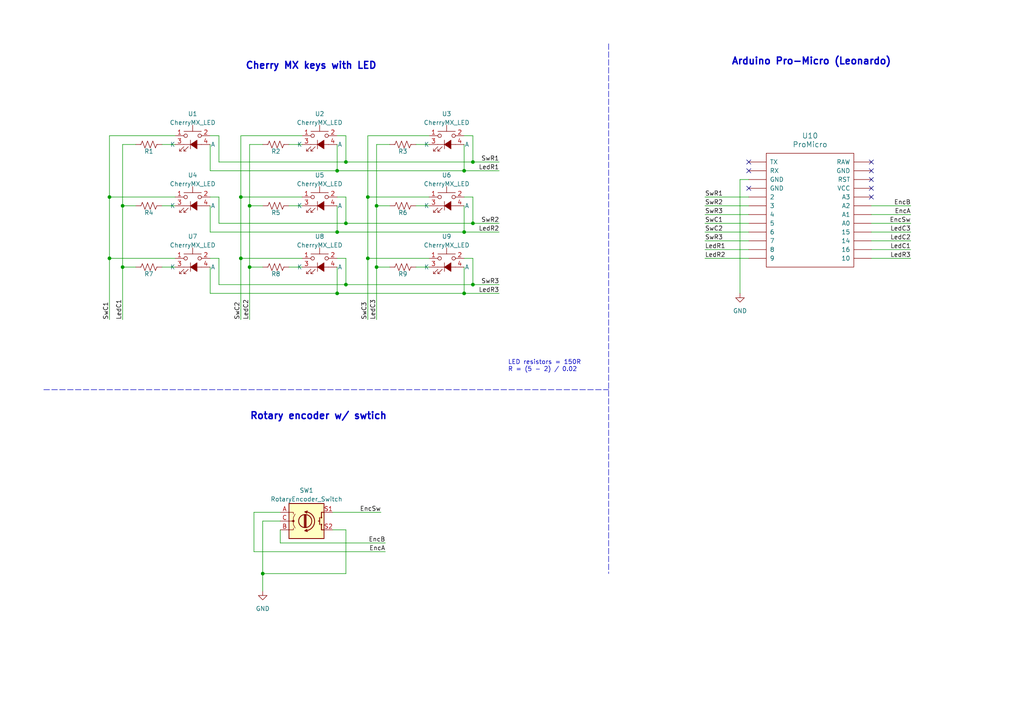
<source format=kicad_sch>
(kicad_sch (version 20210406) (generator eeschema)
  (paper "A4")
  (title_block (title "Arduino ProMicro Shortcut Keypad") (date "2021-08-01") (rev "1"))
  (lib_symbols
    (symbol "CherryMX:CherryMX_LED" (pin_names (offset -3.9878))
      (property "Reference" "U" (at 2.54 4.445 0))
      (property "Value" "CherryMX_LED" (at 0 -4.445 0))
      (symbol "CherryMX_LED_1_1"
        (circle (center -2.032 1.27) (radius 0.508))
        (circle (center 2.032 1.27) (radius 0.508))
        (polyline (pts (xy -3.81 -3.175) (xy -2.54 -1.905)))
        (polyline (pts (xy -2.54 -3.175) (xy -1.27 -1.905)))
        (polyline (pts (xy -2.54 -1.27) (xy 2.54 -1.27)))
        (polyline (pts (xy -0.635 0) (xy -0.635 -2.54)))
        (polyline (pts (xy 0 2.54) (xy 0 4.318)))
        (polyline (pts (xy 2.54 2.54) (xy -2.54 2.54)))
        (polyline (pts (xy -3.81 -2.54) (xy -3.81 -3.175) (xy -3.175 -3.175)))
        (polyline (pts (xy -2.54 -2.54) (xy -2.54 -3.175) (xy -1.905 -3.175)))
        (polyline (pts (xy -0.635 -1.27) (xy 1.27 0) (xy 1.27 -2.54) (xy -0.635 -1.27)) (fill (type outline)))
        (pin passive line (at -5.08 1.27 0) (length 2.54) (name "~") (number "1"))
        (pin passive line (at 5.08 1.27 180) (length 2.54) (name "~") (number "2"))
        (pin passive line (at -5.08 -1.27 0) (length 2.54) (name "K") (number "3"))
        (pin passive line (at 5.08 -1.27 180) (length 2.54) (name "A") (number "4"))
      )
    )
    (symbol "Device:R_US" (pin_numbers hide) (pin_names (offset 0))
      (property "Reference" "R" (at 2.54 0 90))
      (property "Value" "R_US" (at -2.54 0 90))
      (symbol "R_US_0_1"
        (polyline (pts (xy 0 -2.286) (xy 0 -2.54)))
        (polyline (pts (xy 0 2.286) (xy 0 2.54)))
        (polyline (pts (xy 0 -0.762) (xy 1.016 -1.143) (xy 0 -1.524) (xy -1.016 -1.905) (xy 0 -2.286)))
        (polyline (pts (xy 0 0.762) (xy 1.016 0.381) (xy 0 0) (xy -1.016 -0.381) (xy 0 -0.762)))
        (polyline (pts (xy 0 2.286) (xy 1.016 1.905) (xy 0 1.524) (xy -1.016 1.143) (xy 0 0.762)))
      )
      (symbol "R_US_1_1"
        (pin passive line (at 0 3.81 270) (length 1.27) (name "~") (number "1"))
        (pin passive line (at 0 -3.81 90) (length 1.27) (name "~") (number "2"))
      )
    )
    (symbol "Device:RotaryEncoder_Switch" (pin_names (offset 0.254) hide)
      (property "Reference" "SW" (at 0 6.604 0))
      (property "Value" "RotaryEncoder_Switch" (at 0 -6.604 0))
      (symbol "RotaryEncoder_Switch_0_1"
        (arc (start -0.381 -2.794) (end -0.381 2.667) (radius (at -0.381 -0.0508) (length 2.7432) (angles -89.9 89.9)) (stroke (width 0.254)))
        (circle (center -0.381 0) (radius 1.905) (stroke (width 0.254)))
        (circle (center 4.318 -1.016) (radius 0.127) (stroke (width 0.254)))
        (circle (center 4.318 1.016) (radius 0.127) (stroke (width 0.254)))
        (circle (center -3.81 0) (radius 0.254) (fill (type outline)))
        (rectangle (start -5.08 5.08) (end 5.08 -5.08) (stroke (width 0.254)) (fill (type background)))
        (polyline (pts (xy -0.635 -1.778) (xy -0.635 1.778)) (stroke (width 0.254)))
        (polyline (pts (xy -0.381 -1.778) (xy -0.381 1.778)) (stroke (width 0.254)))
        (polyline (pts (xy -0.127 1.778) (xy -0.127 -1.778)) (stroke (width 0.254)))
        (polyline (pts (xy 3.81 0) (xy 3.429 0)) (stroke (width 0.254)))
        (polyline (pts (xy 3.81 1.016) (xy 3.81 -1.016)) (stroke (width 0.254)))
        (polyline (pts (xy -5.08 -2.54) (xy -3.81 -2.54) (xy -3.81 -2.032)))
        (polyline (pts (xy -5.08 2.54) (xy -3.81 2.54) (xy -3.81 2.032)))
        (polyline (pts (xy 0.254 -3.048) (xy -0.508 -2.794) (xy 0.127 -2.413)) (stroke (width 0.254)))
        (polyline (pts (xy 0.254 2.921) (xy -0.508 2.667) (xy 0.127 2.286)) (stroke (width 0.254)))
        (polyline (pts (xy 5.08 -2.54) (xy 4.318 -2.54) (xy 4.318 -1.016)) (stroke (width 0.254)))
        (polyline (pts (xy 5.08 2.54) (xy 4.318 2.54) (xy 4.318 1.016)) (stroke (width 0.254)))
        (polyline (pts (xy -5.08 0) (xy -3.81 0) (xy -3.81 -1.016) (xy -3.302 -2.032)))
        (polyline (pts (xy -4.318 0) (xy -3.81 0) (xy -3.81 1.016) (xy -3.302 2.032)))
      )
      (symbol "RotaryEncoder_Switch_1_1"
        (pin passive line (at -7.62 2.54 0) (length 2.54) (name "A") (number "A"))
        (pin passive line (at -7.62 -2.54 0) (length 2.54) (name "B") (number "B"))
        (pin passive line (at -7.62 0 0) (length 2.54) (name "C") (number "C"))
        (pin passive line (at 7.62 2.54 180) (length 2.54) (name "S1") (number "S1"))
        (pin passive line (at 7.62 -2.54 180) (length 2.54) (name "S2") (number "S2"))
      )
    )
    (symbol "power:GND" (power) (pin_names (offset 0))
      (property "Value" "GND" (at 0 -3.81 0))
      (symbol "GND_0_1"
        (polyline (pts (xy 0 0) (xy 0 -1.27) (xy 1.27 -1.27) (xy 0 -2.54) (xy -1.27 -1.27) (xy 0 -1.27)))
      )
      (symbol "GND_1_1"
        (pin power_in line (at 0 0 270) (length 0) hide (name "GND") (number "1"))
      )
    )
    (symbol "promicro:ProMicro" (pin_names (offset 1.016))
      (property "Reference" "U10" (at 0 26.67 0))
      (property "Value" "ProMicro" (at 0 24.13 0))
      (symbol "ProMicro_0_1"
        (rectangle (start -12.7 21.59) (end 12.7 -11.43))
      )
      (symbol "ProMicro_1_1"
        (pin bidirectional line (at 17.78 -8.89 180) (length 5.08) (name "10") (number ""))
        (pin bidirectional line (at 17.78 -3.81 180) (length 5.08) (name "14") (number ""))
        (pin bidirectional line (at 17.78 -1.27 180) (length 5.08) (name "15") (number ""))
        (pin bidirectional line (at 17.78 -6.35 180) (length 5.08) (name "16") (number ""))
        (pin bidirectional line (at -17.78 8.89 0) (length 5.08) (name "2") (number ""))
        (pin bidirectional line (at -17.78 6.35 0) (length 5.08) (name "3") (number ""))
        (pin bidirectional line (at -17.78 3.81 0) (length 5.08) (name "4") (number ""))
        (pin bidirectional line (at -17.78 1.27 0) (length 5.08) (name "5") (number ""))
        (pin bidirectional line (at -17.78 -1.27 0) (length 5.08) (name "6") (number ""))
        (pin bidirectional line (at -17.78 -3.81 0) (length 5.08) (name "7") (number ""))
        (pin bidirectional line (at -17.78 -6.35 0) (length 5.08) (name "8") (number ""))
        (pin bidirectional line (at -17.78 -8.89 0) (length 5.08) (name "9") (number ""))
        (pin bidirectional line (at 17.78 1.27 180) (length 5.08) (name "A0") (number ""))
        (pin bidirectional line (at 17.78 3.81 180) (length 5.08) (name "A1") (number ""))
        (pin bidirectional line (at 17.78 6.35 180) (length 5.08) (name "A2") (number ""))
        (pin bidirectional line (at 17.78 8.89 180) (length 5.08) (name "A3") (number ""))
        (pin power_in line (at -17.78 11.43 0) (length 5.08) (name "GND") (number ""))
        (pin power_out line (at -17.78 13.97 0) (length 5.08) (name "GND") (number ""))
        (pin power_in line (at 17.78 16.51 180) (length 5.08) (name "GND") (number ""))
        (pin power_out line (at 17.78 19.05 180) (length 5.08) (name "RAW") (number ""))
        (pin input line (at 17.78 13.97 180) (length 5.08) (name "RST") (number ""))
        (pin bidirectional line (at -17.78 16.51 0) (length 5.08) (name "RX") (number ""))
        (pin bidirectional line (at -17.78 19.05 0) (length 5.08) (name "TX") (number ""))
        (pin power_in line (at 17.78 11.43 180) (length 5.08) (name "VCC") (number ""))
      )
    )
  )
  (junction (at 31.75 57.15) (diameter 0.9144))
  (junction (at 31.75 74.93) (diameter 0.9144))
  (junction (at 35.56 59.69) (diameter 0.9144))
  (junction (at 35.56 77.47) (diameter 0.9144))
  (junction (at 69.85 57.15) (diameter 0.9144))
  (junction (at 69.85 74.93) (diameter 0.9144))
  (junction (at 72.39 59.69) (diameter 0.9144))
  (junction (at 72.39 77.47) (diameter 0.9144))
  (junction (at 76.2 166.37) (diameter 0.9144))
  (junction (at 97.79 49.53) (diameter 0.9144))
  (junction (at 97.79 67.31) (diameter 0.9144))
  (junction (at 97.79 85.09) (diameter 0.9144))
  (junction (at 100.33 46.99) (diameter 0.9144))
  (junction (at 100.33 64.77) (diameter 0.9144))
  (junction (at 100.33 82.55) (diameter 0.9144))
  (junction (at 106.68 57.15) (diameter 0.9144))
  (junction (at 106.68 74.93) (diameter 0.9144))
  (junction (at 109.22 59.69) (diameter 0.9144))
  (junction (at 109.22 77.47) (diameter 0.9144))
  (junction (at 134.62 49.53) (diameter 0.9144))
  (junction (at 134.62 67.31) (diameter 0.9144))
  (junction (at 134.62 85.09) (diameter 0.9144))
  (junction (at 137.16 46.99) (diameter 0.9144))
  (junction (at 137.16 64.77) (diameter 0.9144))
  (junction (at 137.16 82.55) (diameter 0.9144))
  (no_connect (at 217.17 46.99))
  (no_connect (at 217.17 49.53))
  (no_connect (at 217.17 54.61))
  (no_connect (at 252.73 46.99))
  (no_connect (at 252.73 49.53))
  (no_connect (at 252.73 52.07))
  (no_connect (at 252.73 54.61))
  (no_connect (at 252.73 57.15))
  (wire (pts (xy 31.75 39.37) (xy 31.75 57.15)))
  (wire (pts (xy 31.75 57.15) (xy 31.75 74.93)))
  (wire (pts (xy 31.75 57.15) (xy 50.8 57.15)))
  (wire (pts (xy 31.75 74.93) (xy 31.75 92.71)))
  (wire (pts (xy 31.75 74.93) (xy 50.8 74.93)))
  (wire (pts (xy 35.56 41.91) (xy 35.56 59.69)))
  (wire (pts (xy 35.56 59.69) (xy 35.56 77.47)))
  (wire (pts (xy 35.56 59.69) (xy 39.37 59.69)))
  (wire (pts (xy 35.56 77.47) (xy 35.56 92.71)))
  (wire (pts (xy 35.56 77.47) (xy 39.37 77.47)))
  (wire (pts (xy 39.37 41.91) (xy 35.56 41.91)))
  (wire (pts (xy 46.99 41.91) (xy 50.8 41.91)))
  (wire (pts (xy 46.99 59.69) (xy 50.8 59.69)))
  (wire (pts (xy 46.99 77.47) (xy 50.8 77.47)))
  (wire (pts (xy 50.8 39.37) (xy 31.75 39.37)))
  (wire (pts (xy 60.96 39.37) (xy 63.5 39.37)))
  (wire (pts (xy 60.96 41.91) (xy 60.96 49.53)))
  (wire (pts (xy 60.96 49.53) (xy 97.79 49.53)))
  (wire (pts (xy 60.96 57.15) (xy 63.5 57.15)))
  (wire (pts (xy 60.96 59.69) (xy 60.96 67.31)))
  (wire (pts (xy 60.96 67.31) (xy 97.79 67.31)))
  (wire (pts (xy 60.96 74.93) (xy 63.5 74.93)))
  (wire (pts (xy 60.96 77.47) (xy 60.96 85.09)))
  (wire (pts (xy 60.96 85.09) (xy 97.79 85.09)))
  (wire (pts (xy 63.5 39.37) (xy 63.5 46.99)))
  (wire (pts (xy 63.5 46.99) (xy 100.33 46.99)))
  (wire (pts (xy 63.5 57.15) (xy 63.5 64.77)))
  (wire (pts (xy 63.5 64.77) (xy 100.33 64.77)))
  (wire (pts (xy 63.5 74.93) (xy 63.5 82.55)))
  (wire (pts (xy 63.5 82.55) (xy 100.33 82.55)))
  (wire (pts (xy 69.85 39.37) (xy 69.85 57.15)))
  (wire (pts (xy 69.85 57.15) (xy 69.85 74.93)))
  (wire (pts (xy 69.85 57.15) (xy 87.63 57.15)))
  (wire (pts (xy 69.85 74.93) (xy 69.85 92.71)))
  (wire (pts (xy 69.85 74.93) (xy 87.63 74.93)))
  (wire (pts (xy 72.39 41.91) (xy 72.39 59.69)))
  (wire (pts (xy 72.39 59.69) (xy 72.39 77.47)))
  (wire (pts (xy 72.39 59.69) (xy 76.2 59.69)))
  (wire (pts (xy 72.39 77.47) (xy 72.39 92.71)))
  (wire (pts (xy 72.39 77.47) (xy 76.2 77.47)))
  (wire (pts (xy 73.66 148.59) (xy 73.66 160.02)))
  (wire (pts (xy 73.66 160.02) (xy 111.76 160.02)))
  (wire (pts (xy 76.2 41.91) (xy 72.39 41.91)))
  (wire (pts (xy 76.2 151.13) (xy 76.2 166.37)))
  (wire (pts (xy 76.2 166.37) (xy 76.2 171.45)))
  (wire (pts (xy 76.2 166.37) (xy 100.33 166.37)))
  (wire (pts (xy 81.28 148.59) (xy 73.66 148.59)))
  (wire (pts (xy 81.28 151.13) (xy 76.2 151.13)))
  (wire (pts (xy 81.28 153.67) (xy 81.28 157.48)))
  (wire (pts (xy 81.28 157.48) (xy 111.76 157.48)))
  (wire (pts (xy 83.82 41.91) (xy 87.63 41.91)))
  (wire (pts (xy 83.82 59.69) (xy 87.63 59.69)))
  (wire (pts (xy 83.82 77.47) (xy 87.63 77.47)))
  (wire (pts (xy 87.63 39.37) (xy 69.85 39.37)))
  (wire (pts (xy 96.52 148.59) (xy 110.49 148.59)))
  (wire (pts (xy 96.52 153.67) (xy 100.33 153.67)))
  (wire (pts (xy 97.79 39.37) (xy 100.33 39.37)))
  (wire (pts (xy 97.79 41.91) (xy 97.79 49.53)))
  (wire (pts (xy 97.79 49.53) (xy 134.62 49.53)))
  (wire (pts (xy 97.79 57.15) (xy 100.33 57.15)))
  (wire (pts (xy 97.79 59.69) (xy 97.79 67.31)))
  (wire (pts (xy 97.79 67.31) (xy 134.62 67.31)))
  (wire (pts (xy 97.79 74.93) (xy 100.33 74.93)))
  (wire (pts (xy 97.79 77.47) (xy 97.79 85.09)))
  (wire (pts (xy 97.79 85.09) (xy 134.62 85.09)))
  (wire (pts (xy 100.33 39.37) (xy 100.33 46.99)))
  (wire (pts (xy 100.33 46.99) (xy 137.16 46.99)))
  (wire (pts (xy 100.33 57.15) (xy 100.33 64.77)))
  (wire (pts (xy 100.33 64.77) (xy 137.16 64.77)))
  (wire (pts (xy 100.33 74.93) (xy 100.33 82.55)))
  (wire (pts (xy 100.33 82.55) (xy 137.16 82.55)))
  (wire (pts (xy 100.33 153.67) (xy 100.33 166.37)))
  (wire (pts (xy 106.68 39.37) (xy 106.68 57.15)))
  (wire (pts (xy 106.68 57.15) (xy 106.68 74.93)))
  (wire (pts (xy 106.68 57.15) (xy 124.46 57.15)))
  (wire (pts (xy 106.68 74.93) (xy 106.68 92.71)))
  (wire (pts (xy 106.68 74.93) (xy 124.46 74.93)))
  (wire (pts (xy 109.22 41.91) (xy 109.22 59.69)))
  (wire (pts (xy 109.22 59.69) (xy 109.22 77.47)))
  (wire (pts (xy 109.22 59.69) (xy 113.03 59.69)))
  (wire (pts (xy 109.22 77.47) (xy 109.22 92.71)))
  (wire (pts (xy 109.22 77.47) (xy 113.03 77.47)))
  (wire (pts (xy 113.03 41.91) (xy 109.22 41.91)))
  (wire (pts (xy 120.65 41.91) (xy 124.46 41.91)))
  (wire (pts (xy 120.65 59.69) (xy 124.46 59.69)))
  (wire (pts (xy 120.65 77.47) (xy 124.46 77.47)))
  (wire (pts (xy 124.46 39.37) (xy 106.68 39.37)))
  (wire (pts (xy 134.62 39.37) (xy 137.16 39.37)))
  (wire (pts (xy 134.62 41.91) (xy 134.62 49.53)))
  (wire (pts (xy 134.62 49.53) (xy 144.78 49.53)))
  (wire (pts (xy 134.62 57.15) (xy 137.16 57.15)))
  (wire (pts (xy 134.62 59.69) (xy 134.62 67.31)))
  (wire (pts (xy 134.62 67.31) (xy 144.78 67.31)))
  (wire (pts (xy 134.62 74.93) (xy 137.16 74.93)))
  (wire (pts (xy 134.62 77.47) (xy 134.62 85.09)))
  (wire (pts (xy 134.62 85.09) (xy 144.78 85.09)))
  (wire (pts (xy 137.16 39.37) (xy 137.16 46.99)))
  (wire (pts (xy 137.16 46.99) (xy 144.78 46.99)))
  (wire (pts (xy 137.16 57.15) (xy 137.16 64.77)))
  (wire (pts (xy 137.16 64.77) (xy 144.78 64.77)))
  (wire (pts (xy 137.16 74.93) (xy 137.16 82.55)))
  (wire (pts (xy 137.16 82.55) (xy 144.78 82.55)))
  (wire (pts (xy 204.47 57.15) (xy 217.17 57.15)))
  (wire (pts (xy 204.47 59.69) (xy 217.17 59.69)))
  (wire (pts (xy 204.47 62.23) (xy 217.17 62.23)))
  (wire (pts (xy 204.47 64.77) (xy 217.17 64.77)))
  (wire (pts (xy 204.47 67.31) (xy 217.17 67.31)))
  (wire (pts (xy 204.47 69.85) (xy 217.17 69.85)))
  (wire (pts (xy 204.47 72.39) (xy 217.17 72.39)))
  (wire (pts (xy 204.47 74.93) (xy 217.17 74.93)))
  (wire (pts (xy 214.63 52.07) (xy 214.63 85.09)))
  (wire (pts (xy 217.17 52.07) (xy 214.63 52.07)))
  (wire (pts (xy 252.73 59.69) (xy 264.16 59.69)))
  (wire (pts (xy 252.73 62.23) (xy 264.16 62.23)))
  (wire (pts (xy 252.73 64.77) (xy 264.16 64.77)))
  (wire (pts (xy 252.73 67.31) (xy 264.16 67.31)))
  (wire (pts (xy 252.73 69.85) (xy 264.16 69.85)))
  (wire (pts (xy 252.73 72.39) (xy 264.16 72.39)))
  (wire (pts (xy 252.73 74.93) (xy 264.16 74.93)))
  (polyline (pts (xy 12.7 113.03) (xy 176.53 113.03)) (stroke (width 0) (type dash)))
  (polyline (pts (xy 176.53 12.7) (xy 176.53 166.37)) (stroke (width 0) (type dash)))
  (text "Cherry MX keys with LED" (at 71.12 20.32 0) (effects (font (size 2 2) (thickness 0.4) bold) (justify left bottom)))
  (text "Rotary encoder w/ swtich" (at 72.39 121.92 0) (effects (font (size 2 2) (thickness 0.4) bold) (justify left bottom)))
  (text "LED resistors = 150R\nR = (5 - 2) / 0.02" (at 147.32 107.95 0) (effects (font (size 1.27 1.27)) (justify left bottom)))
  (text "Arduino Pro-Micro (Leonardo)" (at 212.09 19.05 0) (effects (font (size 2 2) (thickness 0.4) bold) (justify left bottom)))
  (label "SwC1" (at 31.75 92.71 90))
  (label "LedC1" (at 35.56 92.71 90))
  (label "SwC2" (at 69.85 92.71 90))
  (label "LedC2" (at 72.39 92.71 90))
  (label "SwC3" (at 106.68 92.71 90))
  (label "LedC3" (at 109.22 92.71 90))
  (label "EncSw" (at 110.49 148.59 180))
  (label "EncB" (at 111.76 157.48 180))
  (label "EncA" (at 111.76 160.02 180))
  (label "SwR1" (at 144.78 46.99 180))
  (label "LedR1" (at 144.78 49.53 180))
  (label "SwR2" (at 144.78 64.77 180))
  (label "LedR2" (at 144.78 67.31 180))
  (label "SwR3" (at 144.78 82.55 180))
  (label "LedR3" (at 144.78 85.09 180))
  (label "SwR1" (at 204.47 57.15 0))
  (label "SwR2" (at 204.47 59.69 0))
  (label "SwR3" (at 204.47 62.23 0))
  (label "SwC1" (at 204.47 64.77 0))
  (label "SwC2" (at 204.47 67.31 0))
  (label "SwR3" (at 204.47 69.85 0))
  (label "LedR1" (at 204.47 72.39 0))
  (label "LedR2" (at 204.47 74.93 0))
  (label "EncB" (at 264.16 59.69 180))
  (label "EncA" (at 264.16 62.23 180))
  (label "EncSw" (at 264.16 64.77 180))
  (label "LedC3" (at 264.16 67.31 180))
  (label "LedC2" (at 264.16 69.85 180))
  (label "LedC1" (at 264.16 72.39 180))
  (label "LedR3" (at 264.16 74.93 180))
  (symbol (lib_id "power:GND") (at 76.2 171.45 0) (unit 1)
    (property "Reference" "#PWR02" (effects hide))
    (property "Value" "GND" (at 76.2 176.53 0))
  )
  (symbol (lib_id "power:GND") (at 214.63 85.09 0) (unit 1)
    (property "Reference" "#PWR01" (effects hide))
    (property "Value" "GND" (at 214.63 90.17 0))
  )
  (symbol (lib_id "Device:R_US") (at 43.18 41.91 90) (unit 1)
    (property "Reference" "R1" (at 43.18 43.18 90) (effects (justify bottom)))
    (property "Value" "150R" (effects hide))
    (property "Footprint" "Resistor_SMD:R_1206_3216Metric_Pad1.30x1.75mm_HandSolder" (effects hide))
  )
  (symbol (lib_id "Device:R_US") (at 43.18 59.69 90) (unit 1)
    (property "Reference" "R4" (at 43.18 60.96 90) (effects (justify bottom)))
    (property "Value" "150R" (effects hide))
    (property "Footprint" "Resistor_SMD:R_1206_3216Metric_Pad1.30x1.75mm_HandSolder" (effects hide))
  )
  (symbol (lib_id "Device:R_US") (at 43.18 77.47 90) (unit 1)
    (property "Reference" "R7" (at 43.18 78.74 90) (effects (justify bottom)))
    (property "Value" "150R" (effects hide))
    (property "Footprint" "Resistor_SMD:R_1206_3216Metric_Pad1.30x1.75mm_HandSolder" (effects hide))
  )
  (symbol (lib_id "Device:R_US") (at 80.01 41.91 90) (unit 1)
    (property "Reference" "R2" (at 80.01 43.18 90) (effects (justify bottom)))
    (property "Value" "150R" (effects hide))
    (property "Footprint" "Resistor_SMD:R_1206_3216Metric_Pad1.30x1.75mm_HandSolder" (effects hide))
  )
  (symbol (lib_id "Device:R_US") (at 80.01 59.69 90) (unit 1)
    (property "Reference" "R5" (at 80.01 60.96 90) (effects (justify bottom)))
    (property "Value" "150R" (effects hide))
    (property "Footprint" "Resistor_SMD:R_1206_3216Metric_Pad1.30x1.75mm_HandSolder" (effects hide))
  )
  (symbol (lib_id "Device:R_US") (at 80.01 77.47 90) (unit 1)
    (property "Reference" "R8" (at 80.01 78.74 90) (effects (justify bottom)))
    (property "Value" "150R" (effects hide))
    (property "Footprint" "Resistor_SMD:R_1206_3216Metric_Pad1.30x1.75mm_HandSolder" (effects hide))
  )
  (symbol (lib_id "Device:R_US") (at 116.84 41.91 90) (unit 1)
    (property "Reference" "R3" (at 116.84 43.18 90) (effects (justify bottom)))
    (property "Value" "150R" (effects hide))
    (property "Footprint" "Resistor_SMD:R_1206_3216Metric_Pad1.30x1.75mm_HandSolder" (effects hide))
  )
  (symbol (lib_id "Device:R_US") (at 116.84 59.69 90) (unit 1)
    (property "Reference" "R6" (at 116.84 60.96 90) (effects (justify bottom)))
    (property "Value" "150R" (effects hide))
    (property "Footprint" "Resistor_SMD:R_1206_3216Metric_Pad1.30x1.75mm_HandSolder" (effects hide))
  )
  (symbol (lib_id "Device:R_US") (at 116.84 77.47 90) (unit 1)
    (property "Reference" "R9" (at 116.84 78.74 90) (effects (justify bottom)))
    (property "Value" "150R" (effects hide))
    (property "Footprint" "Resistor_SMD:R_1206_3216Metric_Pad1.30x1.75mm_HandSolder" (effects hide))
  )
  (symbol (lib_id "CherryMX:CherryMX_LED") (at 55.88 40.64 0) (unit 1)
    (property "Reference" "U1" (at 55.88 33.02 0))
    (property "Value" "CherryMX_LED" (at 55.88 35.56 0))
    (property "Footprint" "Cherry MX Full:CherryMX_1.00u_PCB_LED" (effects hide))
  )
  (symbol (lib_id "CherryMX:CherryMX_LED") (at 55.88 58.42 0) (unit 1)
    (property "Reference" "U4" (at 55.88 50.8 0))
    (property "Value" "CherryMX_LED" (at 55.88 53.34 0))
    (property "Footprint" "Cherry MX Full:CherryMX_1.00u_PCB_LED" (effects hide))
  )
  (symbol (lib_id "CherryMX:CherryMX_LED") (at 55.88 76.2 0) (unit 1)
    (property "Reference" "U7" (at 55.88 68.58 0))
    (property "Value" "CherryMX_LED" (at 55.88 71.12 0))
    (property "Footprint" "Cherry MX Full:CherryMX_1.00u_PCB_LED" (effects hide))
  )
  (symbol (lib_id "CherryMX:CherryMX_LED") (at 92.71 40.64 0) (unit 1)
    (property "Reference" "U2" (at 92.71 33.02 0))
    (property "Value" "CherryMX_LED" (at 92.71 35.56 0))
    (property "Footprint" "Cherry MX Full:CherryMX_1.00u_PCB_LED" (effects hide))
  )
  (symbol (lib_id "CherryMX:CherryMX_LED") (at 92.71 58.42 0) (unit 1)
    (property "Reference" "U5" (at 92.71 50.8 0))
    (property "Value" "CherryMX_LED" (at 92.71 53.34 0))
    (property "Footprint" "Cherry MX Full:CherryMX_1.00u_PCB_LED" (effects hide))
  )
  (symbol (lib_id "CherryMX:CherryMX_LED") (at 92.71 76.2 0) (unit 1)
    (property "Reference" "U8" (at 92.71 68.58 0))
    (property "Value" "CherryMX_LED" (at 92.71 71.12 0))
    (property "Footprint" "Cherry MX Full:CherryMX_1.00u_PCB_LED" (effects hide))
  )
  (symbol (lib_id "CherryMX:CherryMX_LED") (at 129.54 40.64 0) (unit 1)
    (property "Reference" "U3" (at 129.54 33.02 0))
    (property "Value" "CherryMX_LED" (at 129.54 35.56 0))
    (property "Footprint" "Cherry MX Full:CherryMX_1.00u_PCB_LED" (effects hide))
  )
  (symbol (lib_id "CherryMX:CherryMX_LED") (at 129.54 58.42 0) (unit 1)
    (property "Reference" "U6" (at 129.54 50.8 0))
    (property "Value" "CherryMX_LED" (at 129.54 53.34 0))
    (property "Footprint" "Cherry MX Full:CherryMX_1.00u_PCB_LED" (effects hide))
  )
  (symbol (lib_id "CherryMX:CherryMX_LED") (at 129.54 76.2 0) (unit 1)
    (property "Reference" "U9" (at 129.54 68.58 0))
    (property "Value" "CherryMX_LED" (at 129.54 71.12 0))
    (property "Footprint" "Cherry MX Full:CherryMX_1.00u_PCB_LED" (effects hide))
  )
  (symbol (lib_id "Device:RotaryEncoder_Switch") (at 88.9 151.13 0) (unit 1)
    (property "Reference" "SW1" (at 88.9 142.24 0))
    (property "Value" "RotaryEncoder_Switch" (at 88.9 144.78 0))
    (property "Footprint" "Rotary_Encoder:RotaryEncoder_Alps_EC11E-Switch_Vertical_H20mm" (effects hide))
  )
  (symbol (lib_id "promicro:ProMicro") (at 234.95 66.04 0) (unit 1)
    (property "Reference" "U10" (at 234.95 39.37 0) (effects (font (size 1.524 1.524))))
    (property "Value" "ProMicro" (at 234.95 41.91 0) (effects (font (size 1.524 1.524))))
    (property "Footprint" "promicro:ProMicro" (effects hide))
  )
)
</source>
